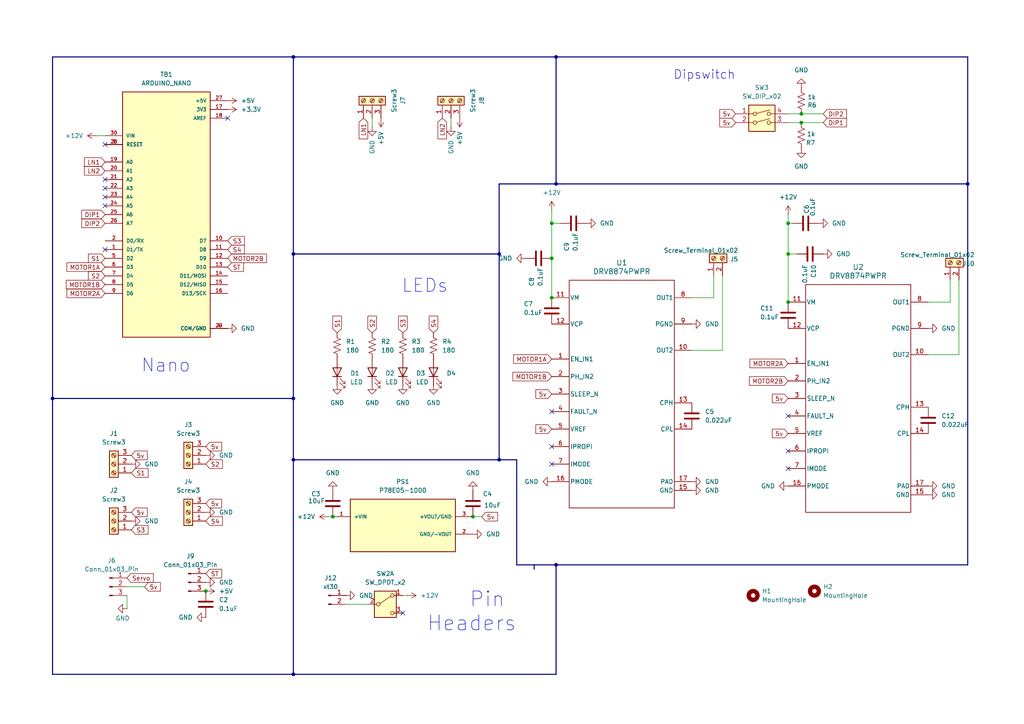
<source format=kicad_sch>
(kicad_sch (version 20231120) (generator "eeschema") (generator_version "8.0")
  (paper "A4")
  (lib_symbols
    (symbol "ARDUINO_NANO[1]:ARDUINO_NANO" (pin_names (offset 1.016))
      (property "Reference" "TB" (at -12.7 35.56 0))
      (property "Value" "ARDUINO_NANO" (at -12.7 -38.1 0))
      (symbol "ARDUINO_NANO_0_0"
        (rectangle (start -12.7 -35.56) (end 12.7 35.56) (stroke (width 0.254)) (fill (type background)))
        (pin bidirectional line (at -17.78 -10.16 0) (length 5.08) (name "D1/TX") (number "1"))
        (pin bidirectional line (at 17.78 -7.62 180) (length 5.08) (name "D7") (number "10"))
        (pin bidirectional line (at 17.78 -10.16 180) (length 5.08) (name "D8") (number "11"))
        (pin bidirectional line (at 17.78 -12.7 180) (length 5.08) (name "D9") (number "12"))
        (pin bidirectional line (at 17.78 -15.24 180) (length 5.08) (name "D10") (number "13"))
        (pin bidirectional line (at 17.78 -17.78 180) (length 5.08) (name "D11/MOSI") (number "14"))
        (pin bidirectional line (at 17.78 -20.32 180) (length 5.08) (name "D12/MISO") (number "15"))
        (pin bidirectional line (at 17.78 -22.86 180) (length 5.08) (name "D13/SCK") (number "16"))
        (pin power_in line (at 17.78 30.48 180) (length 5.08) (name "3V3") (number "17"))
        (pin power_in line (at 17.78 27.94 180) (length 5.08) (name "AREF") (number "18"))
        (pin input line (at -17.78 15.24 0) (length 5.08) (name "A0") (number "19"))
        (pin bidirectional line (at -17.78 -7.62 0) (length 5.08) (name "D0/RX") (number "2"))
        (pin input line (at -17.78 12.7 0) (length 5.08) (name "A1") (number "20"))
        (pin input line (at -17.78 10.16 0) (length 5.08) (name "A2") (number "21"))
        (pin input line (at -17.78 7.62 0) (length 5.08) (name "A3") (number "22"))
        (pin input line (at -17.78 5.08 0) (length 5.08) (name "A4") (number "23"))
        (pin input line (at -17.78 2.54 0) (length 5.08) (name "A5") (number "24"))
        (pin input line (at -17.78 0 0) (length 5.08) (name "A6") (number "25"))
        (pin input line (at -17.78 -2.54 0) (length 5.08) (name "A7") (number "26"))
        (pin power_in line (at 17.78 33.02 180) (length 5.08) (name "+5V") (number "27"))
        (pin input line (at -17.78 20.32 0) (length 5.08) (name "RESET") (number "28"))
        (pin power_in line (at 17.78 -33.02 180) (length 5.08) (name "COM/GND") (number "29"))
        (pin input line (at -17.78 20.32 0) (length 5.08) (name "RESET") (number "3"))
        (pin input line (at -17.78 22.86 0) (length 5.08) (name "VIN") (number "30"))
        (pin power_in line (at 17.78 -33.02 180) (length 5.08) (name "COM/GND") (number "4"))
        (pin bidirectional line (at -17.78 -12.7 0) (length 5.08) (name "D2") (number "5"))
        (pin bidirectional line (at -17.78 -15.24 0) (length 5.08) (name "D3") (number "6"))
        (pin bidirectional line (at -17.78 -17.78 0) (length 5.08) (name "D4") (number "7"))
        (pin bidirectional line (at -17.78 -20.32 0) (length 5.08) (name "D5") (number "8"))
        (pin bidirectional line (at -17.78 -22.86 0) (length 5.08) (name "D6") (number "9"))
      )
    )
    (symbol "Connector:Conn_01x02_Pin" (pin_names (offset 1.016) hide)
      (property "Reference" "J" (at 0 2.54 0))
      (property "Value" "Conn_01x02_Pin" (at 0 -5.08 0))
      (symbol "Conn_01x02_Pin_1_1"
        (polyline (pts (xy 1.27 -2.54) (xy 0.8636 -2.54)) (stroke (width 0.1524)))
        (polyline (pts (xy 1.27 0) (xy 0.8636 0)) (stroke (width 0.1524)))
        (rectangle (start 0.8636 -2.413) (end 0 -2.667) (stroke (width 0.1524)) (fill (type outline)))
        (rectangle (start 0.8636 0.127) (end 0 -0.127) (stroke (width 0.1524)) (fill (type outline)))
        (pin passive line (at 5.08 0 180) (length 3.81) (name "Pin_1") (number "1"))
        (pin passive line (at 5.08 -2.54 180) (length 3.81) (name "Pin_2") (number "2"))
      )
    )
    (symbol "Connector:Conn_01x03_Pin" (pin_names (offset 1.016) hide)
      (property "Reference" "J" (at 0 5.08 0))
      (property "Value" "Conn_01x03_Pin" (at 0 -5.08 0))
      (symbol "Conn_01x03_Pin_1_1"
        (polyline (pts (xy 1.27 -2.54) (xy 0.8636 -2.54)) (stroke (width 0.1524)))
        (polyline (pts (xy 1.27 0) (xy 0.8636 0)) (stroke (width 0.1524)))
        (polyline (pts (xy 1.27 2.54) (xy 0.8636 2.54)) (stroke (width 0.1524)))
        (rectangle (start 0.8636 -2.413) (end 0 -2.667) (stroke (width 0.1524)) (fill (type outline)))
        (rectangle (start 0.8636 0.127) (end 0 -0.127) (stroke (width 0.1524)) (fill (type outline)))
        (rectangle (start 0.8636 2.667) (end 0 2.413) (stroke (width 0.1524)) (fill (type outline)))
        (pin passive line (at 5.08 2.54 180) (length 3.81) (name "Pin_1") (number "1"))
        (pin passive line (at 5.08 0 180) (length 3.81) (name "Pin_2") (number "2"))
        (pin passive line (at 5.08 -2.54 180) (length 3.81) (name "Pin_3") (number "3"))
      )
    )
    (symbol "Connector:Screw_Terminal_01x02" (pin_names (offset 1.016) hide)
      (property "Reference" "J" (at 0 2.54 0))
      (property "Value" "Screw_Terminal_01x02" (at 0 -5.08 0))
      (symbol "Screw_Terminal_01x02_1_1"
        (rectangle (start -1.27 1.27) (end 1.27 -3.81) (stroke (width 0.254)) (fill (type background)))
        (circle (center 0 -2.54) (radius 0.635) (stroke (width 0.1524)))
        (polyline (pts (xy -0.5334 -2.2098) (xy 0.3302 -3.048)) (stroke (width 0.1524)))
        (polyline (pts (xy -0.5334 0.3302) (xy 0.3302 -0.508)) (stroke (width 0.1524)))
        (polyline (pts (xy -0.3556 -2.032) (xy 0.508 -2.8702)) (stroke (width 0.1524)))
        (polyline (pts (xy -0.3556 0.508) (xy 0.508 -0.3302)) (stroke (width 0.1524)))
        (circle (center 0 0) (radius 0.635) (stroke (width 0.1524)))
        (pin passive line (at -5.08 0 0) (length 3.81) (name "Pin_1") (number "1"))
        (pin passive line (at -5.08 -2.54 0) (length 3.81) (name "Pin_2") (number "2"))
      )
    )
    (symbol "Connector:Screw_Terminal_01x03" (pin_names (offset 1.016) hide)
      (property "Reference" "J" (at 0 5.08 0))
      (property "Value" "Screw_Terminal_01x03" (at 0 -5.08 0))
      (symbol "Screw_Terminal_01x03_1_1"
        (rectangle (start -1.27 3.81) (end 1.27 -3.81) (stroke (width 0.254)) (fill (type background)))
        (circle (center 0 -2.54) (radius 0.635) (stroke (width 0.1524)))
        (polyline (pts (xy -0.5334 -2.2098) (xy 0.3302 -3.048)) (stroke (width 0.1524)))
        (polyline (pts (xy -0.5334 0.3302) (xy 0.3302 -0.508)) (stroke (width 0.1524)))
        (polyline (pts (xy -0.5334 2.8702) (xy 0.3302 2.032)) (stroke (width 0.1524)))
        (polyline (pts (xy -0.3556 -2.032) (xy 0.508 -2.8702)) (stroke (width 0.1524)))
        (polyline (pts (xy -0.3556 0.508) (xy 0.508 -0.3302)) (stroke (width 0.1524)))
        (polyline (pts (xy -0.3556 3.048) (xy 0.508 2.2098)) (stroke (width 0.1524)))
        (circle (center 0 0) (radius 0.635) (stroke (width 0.1524)))
        (circle (center 0 2.54) (radius 0.635) (stroke (width 0.1524)))
        (pin passive line (at -5.08 2.54 0) (length 3.81) (name "Pin_1") (number "1"))
        (pin passive line (at -5.08 0 0) (length 3.81) (name "Pin_2") (number "2"))
        (pin passive line (at -5.08 -2.54 0) (length 3.81) (name "Pin_3") (number "3"))
      )
    )
    (symbol "DRV8874:DRV8874PWPR" (pin_names (offset 0.254))
      (property "Reference" "U" (at 0 2.54 0))
      (property "Value" "DRV8874PWPR" (at 0 0 0))
      (symbol "DRV8874PWPR_0_1"
        (polyline (pts (xy -15.24 -33.02) (xy 15.24 -33.02)) (stroke (width 0.2032)))
        (polyline (pts (xy -15.24 33.02) (xy -15.24 -33.02)) (stroke (width 0.2032)))
        (polyline (pts (xy 15.24 -33.02) (xy 15.24 33.02)) (stroke (width 0.2032)))
        (polyline (pts (xy 15.24 33.02) (xy -15.24 33.02)) (stroke (width 0.2032)))
        (pin input line (at -20.32 10.16 0) (length 5.08) (name "EN_IN1") (number "1"))
        (pin output line (at 20.32 12.7 180) (length 5.08) (name "OUT2") (number "10"))
        (pin power_in line (at -20.32 27.94 0) (length 5.08) (name "VM") (number "11"))
        (pin power_in line (at -20.32 20.32 0) (length 5.08) (name "VCP") (number "12"))
        (pin power_in line (at 20.32 -2.54 180) (length 5.08) (name "CPH") (number "13"))
        (pin power_in line (at 20.32 -10.16 180) (length 5.08) (name "CPL") (number "14"))
        (pin power_in line (at 20.32 -27.94 180) (length 5.08) (name "GND") (number "15"))
        (pin input line (at -20.32 -25.4 0) (length 5.08) (name "PMODE") (number "16"))
        (pin power_in line (at 20.32 -25.4 180) (length 5.08) (name "PAD") (number "17"))
        (pin input line (at -20.32 5.08 0) (length 5.08) (name "PH_IN2") (number "2"))
        (pin input line (at -20.32 0 0) (length 5.08) (name "SLEEP_N") (number "3"))
        (pin open_collector line (at -20.32 -5.08 0) (length 5.08) (name "FAULT_N") (number "4"))
        (pin power_in line (at -20.32 -10.16 0) (length 5.08) (name "VREF") (number "5"))
        (pin output line (at -20.32 -15.24 0) (length 5.08) (name "IPROPI") (number "6"))
        (pin input line (at -20.32 -20.32 0) (length 5.08) (name "IMODE") (number "7"))
        (pin output line (at 20.32 27.94 180) (length 5.08) (name "OUT1") (number "8"))
        (pin power_in line (at 20.32 20.32 180) (length 5.08) (name "PGND") (number "9"))
      )
    )
    (symbol "Device:C" (pin_numbers hide) (pin_names (offset 0.254))
      (property "Reference" "C" (at 0.635 2.54 0))
      (property "Value" "C" (at 0.635 -2.54 0))
      (symbol "C_0_1"
        (polyline (pts (xy -2.032 -0.762) (xy 2.032 -0.762)) (stroke (width 0.508)))
        (polyline (pts (xy -2.032 0.762) (xy 2.032 0.762)) (stroke (width 0.508)))
      )
      (symbol "C_1_1"
        (pin passive line (at 0 3.81 270) (length 2.794) (name "~") (number "1"))
        (pin passive line (at 0 -3.81 90) (length 2.794) (name "~") (number "2"))
      )
    )
    (symbol "Device:LED" (pin_numbers hide) (pin_names (offset 1.016) hide)
      (property "Reference" "D" (at 0 2.54 0))
      (property "Value" "LED" (at 0 -2.54 0))
      (symbol "LED_0_1"
        (polyline (pts (xy -1.27 -1.27) (xy -1.27 1.27)) (stroke (width 0.254)))
        (polyline (pts (xy -1.27 0) (xy 1.27 0)))
        (polyline (pts (xy 1.27 -1.27) (xy 1.27 1.27) (xy -1.27 0) (xy 1.27 -1.27)) (stroke (width 0.254)))
        (polyline (pts (xy -3.048 -0.762) (xy -4.572 -2.286) (xy -3.81 -2.286) (xy -4.572 -2.286) (xy -4.572 -1.524)))
        (polyline (pts (xy -1.778 -0.762) (xy -3.302 -2.286) (xy -2.54 -2.286) (xy -3.302 -2.286) (xy -3.302 -1.524)))
      )
      (symbol "LED_1_1"
        (pin passive line (at -3.81 0 0) (length 2.54) (name "K") (number "1"))
        (pin passive line (at 3.81 0 180) (length 2.54) (name "A") (number "2"))
      )
    )
    (symbol "Device:R_US" (pin_numbers hide) (pin_names (offset 0))
      (property "Reference" "R" (at 2.54 0 90))
      (property "Value" "R_US" (at -2.54 0 90))
      (symbol "R_US_0_1"
        (polyline (pts (xy 0 -2.286) (xy 0 -2.54)))
        (polyline (pts (xy 0 2.286) (xy 0 2.54)))
        (polyline (pts (xy 0 -0.762) (xy 1.016 -1.143) (xy 0 -1.524) (xy -1.016 -1.905) (xy 0 -2.286)))
        (polyline (pts (xy 0 0.762) (xy 1.016 0.381) (xy 0 0) (xy -1.016 -0.381) (xy 0 -0.762)))
        (polyline (pts (xy 0 2.286) (xy 1.016 1.905) (xy 0 1.524) (xy -1.016 1.143) (xy 0 0.762)))
      )
      (symbol "R_US_1_1"
        (pin passive line (at 0 3.81 270) (length 1.27) (name "~") (number "1"))
        (pin passive line (at 0 -3.81 90) (length 1.27) (name "~") (number "2"))
      )
    )
    (symbol "Mechanical:MountingHole" (pin_names (offset 1.016)) (exclude_from_sim yes) (in_bom no)
      (property "Reference" "H" (at 0 5.08 0))
      (property "Value" "MountingHole" (at 0 3.175 0))
      (symbol "MountingHole_0_1"
        (circle (center 0 0) (radius 1.27) (stroke (width 1.27)))
      )
    )
    (symbol "P78E05-1000[1]:P78E05-1000" (pin_names (offset 1.016))
      (property "Reference" "PS" (at -15.24 7.62 0))
      (property "Value" "P78E05-1000" (at -15.24 -10.16 0))
      (symbol "P78E05-1000_0_0"
        (rectangle (start -15.24 -7.62) (end 15.24 7.62) (stroke (width 0.254)) (fill (type background)))
        (pin input line (at -20.32 2.54 0) (length 5.08) (name "+VIN") (number "1"))
        (pin power_in line (at 20.32 -2.54 180) (length 5.08) (name "GND/-VOUT") (number "2"))
        (pin power_in line (at 20.32 2.54 180) (length 5.08) (name "+VOUT/GND") (number "3"))
      )
    )
    (symbol "Switch:SW_DIP_x02" (pin_names (offset 0) hide)
      (property "Reference" "SW" (at 0 6.35 0))
      (property "Value" "SW_DIP_x02" (at 0 -3.81 0))
      (symbol "SW_DIP_x02_0_0"
        (circle (center -2.032 0) (radius 0.508))
        (circle (center -2.032 2.54) (radius 0.508))
        (polyline (pts (xy -1.524 0.127) (xy 2.3622 1.1684)))
        (polyline (pts (xy -1.524 2.667) (xy 2.3622 3.7084)))
        (circle (center 2.032 0) (radius 0.508))
        (circle (center 2.032 2.54) (radius 0.508))
      )
      (symbol "SW_DIP_x02_0_1"
        (rectangle (start -3.81 5.08) (end 3.81 -2.54) (stroke (width 0.254)) (fill (type background)))
      )
      (symbol "SW_DIP_x02_1_1"
        (pin passive line (at -7.62 2.54 0) (length 5.08) (name "~") (number "1"))
        (pin passive line (at -7.62 0 0) (length 5.08) (name "~") (number "2"))
        (pin passive line (at 7.62 0 180) (length 5.08) (name "~") (number "3"))
        (pin passive line (at 7.62 2.54 180) (length 5.08) (name "~") (number "4"))
      )
    )
    (symbol "Switch:SW_DPDT_x2" (pin_names (offset 0) hide)
      (property "Reference" "SW" (at 0 5.08 0))
      (property "Value" "SW_DPDT_x2" (at 0 -5.08 0))
      (symbol "SW_DPDT_x2_0_0"
        (circle (center -2.032 0) (radius 0.508))
        (circle (center 2.032 -2.54) (radius 0.508))
      )
      (symbol "SW_DPDT_x2_0_1"
        (rectangle (start -3.175 3.81) (end 3.175 -3.81) (stroke (width 0.254)) (fill (type background)))
        (polyline (pts (xy -1.524 0.254) (xy 1.5748 2.286)))
        (circle (center 2.032 2.54) (radius 0.508))
      )
      (symbol "SW_DPDT_x2_1_1"
        (pin passive line (at 5.08 2.54 180) (length 2.54) (name "A") (number "1"))
        (pin passive line (at -5.08 0 0) (length 2.54) (name "B") (number "2"))
        (pin passive line (at 5.08 -2.54 180) (length 2.54) (name "C") (number "3"))
      )
      (symbol "SW_DPDT_x2_2_1"
        (pin passive line (at 5.08 2.54 180) (length 2.54) (name "A") (number "4"))
        (pin passive line (at -5.08 0 0) (length 2.54) (name "B") (number "5"))
        (pin passive line (at 5.08 -2.54 180) (length 2.54) (name "C") (number "6"))
      )
    )
    (symbol "power:+12V" (power) (pin_numbers hide) (pin_names (offset 0) hide)
      (property "Value" "+12V" (at 0 3.556 0))
      (symbol "+12V_0_1"
        (polyline (pts (xy -0.762 1.27) (xy 0 2.54)))
        (polyline (pts (xy 0 0) (xy 0 2.54)))
        (polyline (pts (xy 0 2.54) (xy 0.762 1.27)))
      )
      (symbol "+12V_1_1"
        (pin power_in line (at 0 0 90) (length 0) (name "~") (number "1"))
      )
    )
    (symbol "power:+3.3V" (power) (pin_numbers hide) (pin_names (offset 0) hide)
      (property "Value" "+3.3V" (at 0 3.556 0))
      (symbol "+3.3V_0_1"
        (polyline (pts (xy -0.762 1.27) (xy 0 2.54)))
        (polyline (pts (xy 0 0) (xy 0 2.54)))
        (polyline (pts (xy 0 2.54) (xy 0.762 1.27)))
      )
      (symbol "+3.3V_1_1"
        (pin power_in line (at 0 0 90) (length 0) (name "~") (number "1"))
      )
    )
    (symbol "power:+5V" (power) (pin_numbers hide) (pin_names (offset 0) hide)
      (property "Value" "+5V" (at 0 3.556 0))
      (symbol "+5V_0_1"
        (polyline (pts (xy -0.762 1.27) (xy 0 2.54)))
        (polyline (pts (xy 0 0) (xy 0 2.54)))
        (polyline (pts (xy 0 2.54) (xy 0.762 1.27)))
      )
      (symbol "+5V_1_1"
        (pin power_in line (at 0 0 90) (length 0) (name "~") (number "1"))
      )
    )
    (symbol "power:GND" (power) (pin_numbers hide) (pin_names (offset 0) hide)
      (property "Value" "GND" (at 0 -3.81 0))
      (symbol "GND_0_1"
        (polyline (pts (xy 0 0) (xy 0 -1.27) (xy 1.27 -1.27) (xy 0 -2.54) (xy -1.27 -1.27) (xy 0 -1.27)))
      )
      (symbol "GND_1_1"
        (pin power_in line (at 0 0 270) (length 0) (name "~") (number "1"))
      )
    )
  )
  (junction (at 137.16 149.86))
  (junction (at 15.24 115.57))
  (junction (at 59.69 171.45))
  (junction (at 161.29 16.51))
  (junction (at 85.09 16.51))
  (junction (at 161.29 163.83))
  (junction (at 232.41 35.56))
  (junction (at 160.02 74.93))
  (junction (at 144.78 73.66))
  (junction (at 228.6 87.63))
  (junction (at 144.78 133.35))
  (junction (at 161.29 53.34))
  (junction (at 228.6 64.77))
  (junction (at 85.09 73.66))
  (junction (at 232.41 33.02))
  (junction (at 160.02 86.36))
  (junction (at 96.52 149.86))
  (junction (at 160.02 64.77))
  (junction (at 85.09 115.57))
  (junction (at 280.67 53.34))
  (junction (at 228.6 73.66))
  (junction (at 85.09 195.58))
  (junction (at 85.09 133.35))
  (no_connect (at 66.04 34.29))
  (no_connect (at 160.02 134.62))
  (no_connect (at 30.48 54.61))
  (no_connect (at 30.48 41.91))
  (no_connect (at 116.84 177.8))
  (no_connect (at 30.48 59.69))
  (no_connect (at 30.48 72.39))
  (no_connect (at 228.6 130.81))
  (no_connect (at 160.02 119.38))
  (no_connect (at 30.48 57.15))
  (no_connect (at 228.6 120.65))
  (no_connect (at 228.6 135.89))
  (no_connect (at 160.02 129.54))
  (no_connect (at 30.48 52.07))
  (bus (pts (xy 85.09 73.66) (xy 144.78 73.66)))
  (bus (pts (xy 15.24 115.57) (xy 85.09 115.57)))
  (bus (pts (xy 85.09 16.51) (xy 85.09 73.66)))
  (wire (pts (xy 278.13 81.28) (xy 278.13 102.87)))
  (wire (pts (xy 36.83 170.18) (xy 41.91 170.18)))
  (wire (pts (xy 238.76 33.02) (xy 232.41 33.02)))
  (wire (pts (xy 100.33 175.26) (xy 106.68 175.26)))
  (bus (pts (xy 15.24 16.51) (xy 15.24 115.57)))
  (wire (pts (xy 232.41 35.56) (xy 238.76 35.56)))
  (wire (pts (xy 275.59 87.63) (xy 269.24 87.63)))
  (bus (pts (xy 280.67 53.34) (xy 280.67 163.83)))
  (bus (pts (xy 161.29 16.51) (xy 161.29 53.34)))
  (wire (pts (xy 228.6 64.77) (xy 228.6 73.66)))
  (bus (pts (xy 144.78 73.66) (xy 144.78 133.35)))
  (bus (pts (xy 15.24 195.58) (xy 85.09 195.58)))
  (bus (pts (xy 161.29 195.58) (xy 85.09 195.58)))
  (bus (pts (xy 85.09 73.66) (xy 85.09 115.57)))
  (wire (pts (xy 95.25 149.86) (xy 96.52 149.86)))
  (wire (pts (xy 160.02 74.93) (xy 160.02 86.36)))
  (wire (pts (xy 139.7 149.86) (xy 137.16 149.86)))
  (wire (pts (xy 130.81 34.29) (xy 130.81 36.83)))
  (bus (pts (xy 161.29 53.34) (xy 280.67 53.34)))
  (wire (pts (xy 228.6 73.66) (xy 228.6 87.63)))
  (wire (pts (xy 231.14 73.66) (xy 228.6 73.66)))
  (bus (pts (xy 161.29 16.51) (xy 280.67 16.51)))
  (wire (pts (xy 275.59 81.28) (xy 275.59 87.63)))
  (wire (pts (xy 207.01 80.01) (xy 207.01 86.36)))
  (wire (pts (xy 27.94 39.37) (xy 30.48 39.37)))
  (wire (pts (xy 200.66 101.6) (xy 209.55 101.6)))
  (bus (pts (xy 144.78 53.34) (xy 161.29 53.34)))
  (bus (pts (xy 85.09 16.51) (xy 161.29 16.51)))
  (wire (pts (xy 209.55 80.01) (xy 209.55 101.6)))
  (wire (pts (xy 162.56 64.77) (xy 160.02 64.77)))
  (bus (pts (xy 85.09 16.51) (xy 15.24 16.51)))
  (wire (pts (xy 207.01 86.36) (xy 200.66 86.36)))
  (bus (pts (xy 144.78 133.35) (xy 149.86 133.35)))
  (bus (pts (xy 85.09 115.57) (xy 85.09 133.35)))
  (bus (pts (xy 280.67 16.51) (xy 280.67 53.34)))
  (wire (pts (xy 160.02 64.77) (xy 160.02 74.93)))
  (bus (pts (xy 15.24 115.57) (xy 15.24 195.58)))
  (wire (pts (xy 228.6 35.56) (xy 232.41 35.56)))
  (wire (pts (xy 160.02 60.96) (xy 160.02 64.77)))
  (wire (pts (xy 36.83 176.53) (xy 36.83 172.72)))
  (wire (pts (xy 269.24 102.87) (xy 278.13 102.87)))
  (wire (pts (xy 118.11 172.72) (xy 116.84 172.72)))
  (wire (pts (xy 107.95 34.29) (xy 107.95 36.83)))
  (wire (pts (xy 228.6 33.02) (xy 232.41 33.02)))
  (bus (pts (xy 161.29 163.83) (xy 280.67 163.83)))
  (bus (pts (xy 85.09 195.58) (xy 85.09 133.35)))
  (wire (pts (xy 229.87 64.77) (xy 228.6 64.77)))
  (bus (pts (xy 161.29 163.83) (xy 161.29 195.58)))
  (bus (pts (xy 144.78 53.34) (xy 144.78 73.66)))
  (wire (pts (xy 228.6 62.23) (xy 228.6 64.77)))
  (bus (pts (xy 154.94 165.1) (xy 154.94 163.83)))
  (bus (pts (xy 149.86 133.35) (xy 149.86 163.83)))
  (bus (pts (xy 85.09 133.35) (xy 144.78 133.35)))
  (bus (pts (xy 149.86 163.83) (xy 161.29 163.83)))
  (text "Pin \nHeaders" (at 149.86 171.45 0) (effects (font (size 4.318 4.318)) (justify right top)))
  (text "LEDs\n" (at 130.048 80.772 0) (effects (font (size 3.81 3.81)) (justify right top)))
  (text "Nano\n" (at 55.372 103.886 0) (effects (font (size 3.81 3.81)) (justify right top)))
  (text "Dipswitch\n" (at 213.36 20.32 0) (effects (font (size 2.54 2.54)) (justify right top)))
  (global_label "S1" (shape input) (at 97.79 96.52 90) (property "Intersheetrefs" "${INTERSHEET_REFS}" (effects (hide yes))))
  (global_label "5v" (shape input) (at 213.36 35.56 180) (property "Intersheetrefs" "${INTERSHEET_REFS}" (effects (hide yes))))
  (global_label "S1" (shape input) (at 30.48 74.93 180) (property "Intersheetrefs" "${INTERSHEET_REFS}" (effects (hide yes))))
  (global_label "S1" (shape input) (at 38.1 137.16 0) (property "Intersheetrefs" "${INTERSHEET_REFS}" (effects (hide yes))))
  (global_label "S4" (shape input) (at 66.04 72.39 0) (property "Intersheetrefs" "${INTERSHEET_REFS}" (effects (hide yes))))
  (global_label "MOTOR1B" (shape input) (at 160.02 109.22 180) (property "Intersheetrefs" "${INTERSHEET_REFS}" (effects (hide yes))))
  (global_label "Servo" (shape input) (at 36.83 167.64 0) (property "Intersheetrefs" "${INTERSHEET_REFS}" (effects (hide yes))))
  (global_label "LN2" (shape input) (at 30.48 49.53 180) (property "Intersheetrefs" "${INTERSHEET_REFS}" (effects (hide yes))))
  (global_label "5v" (shape input) (at 38.1 148.59 0) (property "Intersheetrefs" "${INTERSHEET_REFS}" (effects (hide yes))))
  (global_label "5v" (shape input) (at 59.69 129.54 0) (property "Intersheetrefs" "${INTERSHEET_REFS}" (effects (hide yes))))
  (global_label "5v" (shape input) (at 228.6 125.73 180) (property "Intersheetrefs" "${INTERSHEET_REFS}" (effects (hide yes))))
  (global_label "S3" (shape input) (at 38.1 153.67 0) (property "Intersheetrefs" "${INTERSHEET_REFS}" (effects (hide yes))))
  (global_label "5v" (shape input) (at 160.02 124.46 180) (property "Intersheetrefs" "${INTERSHEET_REFS}" (effects (hide yes))))
  (global_label "S4" (shape input) (at 125.73 96.52 90) (property "Intersheetrefs" "${INTERSHEET_REFS}" (effects (hide yes))))
  (global_label "5v" (shape input) (at 139.7 149.86 0) (property "Intersheetrefs" "${INTERSHEET_REFS}" (effects (hide yes))))
  (global_label "MOTOR2B" (shape input) (at 228.6 110.49 180) (property "Intersheetrefs" "${INTERSHEET_REFS}" (effects (hide yes))))
  (global_label "DIP2" (shape input) (at 238.76 33.02 0) (property "Intersheetrefs" "${INTERSHEET_REFS}" (effects (hide yes))))
  (global_label "MOTOR2A" (shape input) (at 30.48 85.09 180) (property "Intersheetrefs" "${INTERSHEET_REFS}" (effects (hide yes))))
  (global_label "MOTOR2B" (shape input) (at 66.04 74.93 0) (property "Intersheetrefs" "${INTERSHEET_REFS}" (effects (hide yes))))
  (global_label "5v" (shape input) (at 38.1 132.08 0) (property "Intersheetrefs" "${INTERSHEET_REFS}" (effects (hide yes))))
  (global_label "5v" (shape input) (at 41.91 170.18 0) (property "Intersheetrefs" "${INTERSHEET_REFS}" (effects (hide yes))))
  (global_label "S2" (shape input) (at 30.48 80.01 180) (property "Intersheetrefs" "${INTERSHEET_REFS}" (effects (hide yes))))
  (global_label "ST" (shape input) (at 66.04 77.47 0) (property "Intersheetrefs" "${INTERSHEET_REFS}" (effects (hide yes))))
  (global_label "S3" (shape input) (at 66.04 69.85 0) (property "Intersheetrefs" "${INTERSHEET_REFS}" (effects (hide yes))))
  (global_label "LN1" (shape input) (at 105.41 34.29 270) (property "Intersheetrefs" "${INTERSHEET_REFS}" (effects (hide yes))))
  (global_label "MOTOR1A" (shape input) (at 160.02 104.14 180) (property "Intersheetrefs" "${INTERSHEET_REFS}" (effects (hide yes))))
  (global_label "S2" (shape input) (at 59.69 134.62 0) (property "Intersheetrefs" "${INTERSHEET_REFS}" (effects (hide yes))))
  (global_label "MOTOR1B" (shape input) (at 30.48 82.55 180) (property "Intersheetrefs" "${INTERSHEET_REFS}" (effects (hide yes))))
  (global_label "S4" (shape input) (at 59.69 151.13 0) (property "Intersheetrefs" "${INTERSHEET_REFS}" (effects (hide yes))))
  (global_label "S3" (shape input) (at 116.84 96.52 90) (property "Intersheetrefs" "${INTERSHEET_REFS}" (effects (hide yes))))
  (global_label "LN1" (shape input) (at 30.48 46.99 180) (property "Intersheetrefs" "${INTERSHEET_REFS}" (effects (hide yes))))
  (global_label "5v" (shape input) (at 160.02 114.3 180) (property "Intersheetrefs" "${INTERSHEET_REFS}" (effects (hide yes))))
  (global_label "5v" (shape input) (at 213.36 33.02 180) (property "Intersheetrefs" "${INTERSHEET_REFS}" (effects (hide yes))))
  (global_label "DIP1" (shape input) (at 238.76 35.56 0) (property "Intersheetrefs" "${INTERSHEET_REFS}" (effects (hide yes))))
  (global_label "S2" (shape input) (at 107.95 96.52 90) (property "Intersheetrefs" "${INTERSHEET_REFS}" (effects (hide yes))))
  (global_label "5v" (shape input) (at 59.69 146.05 0) (property "Intersheetrefs" "${INTERSHEET_REFS}" (effects (hide yes))))
  (global_label "LN2" (shape input) (at 128.27 34.29 270) (property "Intersheetrefs" "${INTERSHEET_REFS}" (effects (hide yes))))
  (global_label "DIP1" (shape input) (at 30.48 62.23 180) (property "Intersheetrefs" "${INTERSHEET_REFS}" (effects (hide yes))))
  (global_label "5v" (shape input) (at 228.6 115.57 180) (property "Intersheetrefs" "${INTERSHEET_REFS}" (effects (hide yes))))
  (global_label "ST" (shape input) (at 59.69 166.37 0) (property "Intersheetrefs" "${INTERSHEET_REFS}" (effects (hide yes))))
  (global_label "DIP2" (shape input) (at 30.48 64.77 180) (property "Intersheetrefs" "${INTERSHEET_REFS}" (effects (hide yes))))
  (global_label "MOTOR2A" (shape input) (at 228.6 105.41 180) (property "Intersheetrefs" "${INTERSHEET_REFS}" (effects (hide yes))))
  (global_label "MOTOR1A" (shape input) (at 30.48 77.47 180) (property "Intersheetrefs" "${INTERSHEET_REFS}" (effects (hide yes))))
  (symbol (lib_id "power:GND") (at 38.1 151.13 90) (unit 1)
    (property "Reference" "#PWR04" (effects (hide yes)))
    (property "Value" "GND" (at 41.91 151.1301 90) (effects (justify right)))
    (property "Description" "Power symbol creates a global label with name \"GND\" , ground" (effects (hide yes)))
  )
  (symbol (lib_id "DRV8874:DRV8874PWPR") (at 248.92 115.57 0) (unit 1)
    (property "Reference" "U2" (at 248.92 77.47 0) (effects (font (size 1.524 1.524))))
    (property "Value" "DRV8874PWPR" (at 248.92 80.01 0) (effects (font (size 1.524 1.524))))
    (property "Footprint" "JOEJOE:DRV8874" (effects (hide yes)))
    (property "Datasheet" "DRV8874PWPR" (effects (hide yes)))
  )
  (symbol (lib_id "power:GND") (at 200.66 93.98 90) (unit 1)
    (property "Reference" "#PWR07" (effects (hide yes)))
    (property "Value" "GND" (at 204.47 93.9799 90) (effects (justify right)))
    (property "Description" "Power symbol creates a global label with name \"GND\" , ground" (effects (hide yes)))
  )
  (symbol (lib_id "power:GND") (at 59.69 168.91 90) (unit 1)
    (property "Reference" "#PWR021" (effects (hide yes)))
    (property "Value" "GND" (at 63.5 168.9099 90) (effects (justify right)))
    (property "Description" "Power symbol creates a global label with name \"GND\" , ground" (effects (hide yes)))
  )
  (symbol (lib_id "power:GND") (at 237.49 64.77 90) (unit 1)
    (property "Reference" "#PWR027" (effects (hide yes)))
    (property "Value" "GND" (at 241.3 64.7701 90) (effects (justify right)))
    (property "Description" "Power symbol creates a global label with name \"GND\" , ground" (effects (hide yes)))
  )
  (symbol (lib_id "power:GND") (at 100.33 172.72 90) (unit 1)
    (property "Reference" "#PWR034" (effects (hide yes)))
    (property "Value" "GND" (at 104.14 172.7199 90) (effects (justify right)))
    (property "Description" "Power symbol creates a global label with name \"GND\" , ground" (effects (hide yes)))
  )
  (symbol (lib_id "Connector:Screw_Terminal_01x03") (at 33.02 134.62 180) (unit 1)
    (property "Reference" "J1" (at 33.02 125.73 0))
    (property "Value" "Screw3" (at 33.02 128.27 0))
    (property "Footprint" "Connector_JST:JST_EH_B3B-EH-A_1x03_P2.50mm_Vertical" (effects (hide yes)))
    (property "Description" "Generic screw terminal, single row, 01x03, script generated (kicad-library-utils/schlib/autogen/connector/)" (effects (hide yes)))
  )
  (symbol (lib_id "Device:C") (at 228.6 91.44 0) (unit 1)
    (property "Reference" "C11" (at 220.472 89.408 0) (effects (justify left)))
    (property "Value" "0.1uF" (at 220.472 91.948 0) (effects (justify left)))
    (property "Footprint" "Capacitor_SMD:C_0805_2012Metric" (effects (hide yes)))
    (property "Description" "Unpolarized capacitor" (effects (hide yes)))
  )
  (symbol (lib_id "power:GND") (at 107.95 111.76 0) (unit 1)
    (property "Reference" "#PWR013" (effects (hide yes)))
    (property "Value" "GND" (at 107.95 116.84 0))
    (property "Description" "Power symbol creates a global label with name \"GND\" , ground" (effects (hide yes)))
  )
  (symbol (lib_id "power:GND") (at 130.81 36.83 0) (unit 1)
    (property "Reference" "#PWR018" (effects (hide yes)))
    (property "Value" "GND" (at 130.8099 40.64 90) (effects (justify right)))
    (property "Description" "Power symbol creates a global label with name \"GND\" , ground" (effects (hide yes)))
  )
  (symbol (lib_id "power:+12V") (at 118.11 172.72 270) (unit 1)
    (property "Reference" "#PWR035" (effects (hide yes)))
    (property "Value" "+12V" (at 121.92 172.7199 90) (effects (justify left)))
    (property "Description" "Power symbol creates a global label with name \"+12V\"" (effects (hide yes)))
  )
  (symbol (lib_id "power:+5V") (at 59.69 171.45 270) (unit 1)
    (property "Reference" "#PWR022" (effects (hide yes)))
    (property "Value" "+5V" (at 63.5 171.4501 90) (effects (justify left)))
    (property "Description" "Power symbol creates a global label with name \"+5V\"" (effects (hide yes)))
  )
  (symbol (lib_id "power:GND") (at 152.4 74.93 270) (unit 1)
    (property "Reference" "#PWR048" (effects (hide yes)))
    (property "Value" "GND" (at 148.59 74.9299 90) (effects (justify right)))
    (property "Description" "Power symbol creates a global label with name \"GND\" , ground" (effects (hide yes)))
  )
  (symbol (lib_id "power:GND") (at 137.16 154.94 90) (unit 1)
    (property "Reference" "#PWR031" (effects (hide yes)))
    (property "Value" "GND" (at 140.97 154.9399 90) (effects (justify right)))
    (property "Description" "Power symbol creates a global label with name \"GND\" , ground" (effects (hide yes)))
  )
  (symbol (lib_id "Switch:SW_DIP_x02") (at 220.98 35.56 0) (unit 1)
    (property "Reference" "SW3" (at 220.98 25.4 0))
    (property "Value" "SW_DIP_x02" (at 220.98 27.94 0))
    (property "Footprint" "JOEJOE:Dipswitch2" (effects (hide yes)))
    (property "Description" "2x DIP Switch, Single Pole Single Throw (SPST) switch, small symbol" (effects (hide yes)))
  )
  (symbol (lib_id "Switch:SW_DPDT_x2") (at 111.76 175.26 0) (unit 1)
    (property "Reference" "SW2" (at 111.76 166.37 0))
    (property "Value" "SW_DPDT_x2" (at 111.76 168.91 0))
    (property "Footprint" "Connector_PinHeader_2.54mm:PinHeader_1x03_P2.54mm_Vertical" (effects (hide yes)))
    (property "Description" "Switch, dual pole double throw, separate symbols" (effects (hide yes)))
  )
  (symbol (lib_id "power:GND") (at 59.69 179.07 270) (unit 1)
    (property "Reference" "#PWR023" (effects (hide yes)))
    (property "Value" "GND" (at 55.88 179.0699 90) (effects (justify right)))
    (property "Description" "Power symbol creates a global label with name \"GND\" , ground" (effects (hide yes)))
  )
  (symbol (lib_id "Device:C") (at 234.95 73.66 270) (unit 1)
    (property "Reference" "C10" (at 235.966 76.708 0) (effects (justify left)))
    (property "Value" "0.1uF" (at 233.426 76.708 0) (effects (justify left)))
    (property "Footprint" "Capacitor_SMD:C_0805_2012Metric" (effects (hide yes)))
    (property "Description" "Unpolarized capacitor" (effects (hide yes)))
  )
  (symbol (lib_id "Connector:Screw_Terminal_01x03") (at 54.61 132.08 180) (unit 1)
    (property "Reference" "J3" (at 54.61 123.19 0))
    (property "Value" "Screw3" (at 54.61 125.73 0))
    (property "Footprint" "Connector_JST:JST_EH_B3B-EH-A_1x03_P2.50mm_Vertical" (effects (hide yes)))
    (property "Description" "Generic screw terminal, single row, 01x03, script generated (kicad-library-utils/schlib/autogen/connector/)" (effects (hide yes)))
  )
  (symbol (lib_id "Connector:Screw_Terminal_01x03") (at 107.95 29.21 90) (unit 1)
    (property "Reference" "J7" (at 116.84 29.21 0))
    (property "Value" "Screw3" (at 114.3 29.21 0))
    (property "Footprint" "Connector_JST:JST_EH_B3B-EH-A_1x03_P2.50mm_Vertical" (effects (hide yes)))
    (property "Description" "Generic screw terminal, single row, 01x03, script generated (kicad-library-utils/schlib/autogen/connector/)" (effects (hide yes)))
  )
  (symbol (lib_id "power:GND") (at 170.18 64.77 90) (unit 1)
    (property "Reference" "#PWR049" (effects (hide yes)))
    (property "Value" "GND" (at 173.99 64.7701 90) (effects (justify right)))
    (property "Description" "Power symbol creates a global label with name \"GND\" , ground" (effects (hide yes)))
  )
  (symbol (lib_id "Connector:Screw_Terminal_01x03") (at 130.81 29.21 90) (unit 1)
    (property "Reference" "J8" (at 139.7 29.21 0))
    (property "Value" "Screw3" (at 137.16 29.21 0))
    (property "Footprint" "Connector_JST:JST_EH_B3B-EH-A_1x03_P2.50mm_Vertical" (effects (hide yes)))
    (property "Description" "Generic screw terminal, single row, 01x03, script generated (kicad-library-utils/schlib/autogen/connector/)" (effects (hide yes)))
  )
  (symbol (lib_id "Device:C") (at 269.24 121.92 0) (unit 1)
    (property "Reference" "C12" (at 273.05 120.6499 0) (effects (justify left)))
    (property "Value" "0.022uF" (at 273.05 123.1899 0) (effects (justify left)))
    (property "Footprint" "Capacitor_SMD:C_0805_2012Metric" (effects (hide yes)))
    (property "Description" "Unpolarized capacitor" (effects (hide yes)))
  )
  (symbol (lib_id "power:GND") (at 38.1 134.62 90) (unit 1)
    (property "Reference" "#PWR03" (effects (hide yes)))
    (property "Value" "GND" (at 41.91 134.6201 90) (effects (justify right)))
    (property "Description" "Power symbol creates a global label with name \"GND\" , ground" (effects (hide yes)))
  )
  (symbol (lib_id "Device:C") (at 200.66 120.65 0) (unit 1)
    (property "Reference" "C5" (at 204.47 119.3799 0) (effects (justify left)))
    (property "Value" "0.022uF" (at 204.47 121.9199 0) (effects (justify left)))
    (property "Footprint" "Capacitor_SMD:C_0805_2012Metric" (effects (hide yes)))
    (property "Description" "Unpolarized capacitor" (effects (hide yes)))
  )
  (symbol (lib_id "P78E05-1000[1]:P78E05-1000") (at 116.84 152.4 0) (unit 1)
    (property "Reference" "PS1" (at 116.84 139.7 0))
    (property "Value" "P78E05-1000" (at 116.84 142.24 0))
    (property "Footprint" "JOEJOE:convertor" (effects (hide yes)))
    (property "STANDARD" "Manufacturer Recommendations" (effects (hide yes)))
    (property "MANUFACTURER" "CUI Inc" (effects (hide yes)))
  )
  (symbol (lib_id "power:GND") (at 96.52 142.24 180) (unit 1)
    (property "Reference" "#PWR026" (effects (hide yes)))
    (property "Value" "GND" (at 96.52 137.16 0))
    (property "Description" "Power symbol creates a global label with name \"GND\" , ground" (effects (hide yes)))
  )
  (symbol (lib_id "Device:C") (at 137.16 146.05 180) (unit 1)
    (property "Reference" "C4" (at 142.748 143.256 0) (effects (justify left)))
    (property "Value" "10uF" (at 145.288 146.558 0) (effects (justify left)))
    (property "Footprint" "Capacitor_SMD:C_0805_2012Metric" (effects (hide yes)))
    (property "Description" "Unpolarized capacitor" (effects (hide yes)))
  )
  (symbol (lib_id "Device:LED") (at 125.73 107.95 90) (unit 1)
    (property "Reference" "D4" (at 129.54 108.2674 90) (effects (justify right)))
    (property "Value" "LED" (effects (hide yes)))
    (property "Footprint" "LED_SMD:LED_1206_3216Metric" (effects (hide yes)))
    (property "Description" "Light emitting diode" (effects (hide yes)))
  )
  (symbol (lib_id "power:+12V") (at 228.6 62.23 0) (unit 1)
    (property "Reference" "#PWR029" (effects (hide yes)))
    (property "Value" "+12V" (at 228.6 57.15 0))
    (property "Description" "Power symbol creates a global label with name \"+12V\"" (effects (hide yes)))
  )
  (symbol (lib_id "Device:LED") (at 107.95 107.95 90) (unit 1)
    (property "Reference" "D2" (at 111.76 108.2674 90) (effects (justify right)))
    (property "Value" "LED" (at 111.76 110.8074 90) (effects (justify right)))
    (property "Footprint" "LED_SMD:LED_1206_3216Metric" (effects (hide yes)))
    (property "Description" "Light emitting diode" (effects (hide yes)))
  )
  (symbol (lib_id "Mechanical:MountingHole") (at 218.44 172.72 0) (unit 1) (exclude_from_sim yes) (in_bom no)
    (property "Reference" "H1" (at 220.98 171.4499 0) (effects (justify left)))
    (property "Value" "MountingHole" (at 220.98 173.9899 0) (effects (justify left)))
    (property "Footprint" "MountingHole:MountingHole_2.5mm" (effects (hide yes)))
    (property "Description" "Mounting Hole without connection" (effects (hide yes)))
  )
  (symbol (lib_id "power:GND") (at 107.95 36.83 0) (unit 1)
    (property "Reference" "#PWR014" (effects (hide yes)))
    (property "Value" "GND" (at 107.9499 40.64 90) (effects (justify right)))
    (property "Description" "Power symbol creates a global label with name \"GND\" , ground" (effects (hide yes)))
  )
  (symbol (lib_id "Device:R_US") (at 232.41 29.21 0) (unit 1)
    (property "Reference" "R6" (at 234.188 30.4799 0) (effects (justify left)))
    (property "Value" "1k" (at 234.188 28.194 0) (effects (justify left)))
    (property "Footprint" "Resistor_SMD:R_0805_2012Metric" (effects (hide yes)))
    (property "Description" "Resistor, US symbol" (effects (hide yes)))
  )
  (symbol (lib_id "Device:LED") (at 97.79 107.95 90) (unit 1)
    (property "Reference" "D1" (at 101.6 108.2674 90) (effects (justify right)))
    (property "Value" "LED" (at 101.6 110.8074 90) (effects (justify right)))
    (property "Footprint" "LED_SMD:LED_1206_3216Metric" (effects (hide yes)))
    (property "Description" "Light emitting diode" (effects (hide yes)))
  )
  (symbol (lib_id "power:GND") (at 200.66 142.24 90) (unit 1)
    (property "Reference" "#PWR024" (effects (hide yes)))
    (property "Value" "GND" (at 204.47 142.2399 90) (effects (justify right)))
    (property "Description" "Power symbol creates a global label with name \"GND\" , ground" (effects (hide yes)))
  )
  (symbol (lib_id "power:+3.3V") (at 66.04 31.75 270) (unit 1)
    (property "Reference" "#PWR09" (effects (hide yes)))
    (property "Value" "+3.3V" (at 69.85 31.7499 90) (effects (justify left)))
    (property "Description" "Power symbol creates a global label with name \"+3.3V\"" (effects (hide yes)))
  )
  (symbol (lib_id "Connector:Conn_01x03_Pin") (at 31.75 170.18 0) (unit 1)
    (property "Reference" "J6" (at 32.385 162.56 0))
    (property "Value" "Conn_01x03_Pin" (at 32.385 165.1 0))
    (property "Footprint" "Connector_PinHeader_2.54mm:PinHeader_1x03_P2.54mm_Vertical" (effects (hide yes)))
    (property "Description" "Generic connector, single row, 01x03, script generated" (effects (hide yes)))
  )
  (symbol (lib_id "Device:R_US") (at 116.84 100.33 0) (unit 1)
    (property "Reference" "R3" (at 119.38 99.0599 0) (effects (justify left)))
    (property "Value" "180" (at 119.38 101.5999 0) (effects (justify left)))
    (property "Footprint" "Resistor_SMD:R_0805_2012Metric" (effects (hide yes)))
    (property "Description" "Resistor, US symbol" (effects (hide yes)))
  )
  (symbol (lib_id "power:GND") (at 269.24 143.51 90) (unit 1)
    (property "Reference" "#PWR052" (effects (hide yes)))
    (property "Value" "GND" (at 273.05 143.5099 90) (effects (justify right)))
    (property "Description" "Power symbol creates a global label with name \"GND\" , ground" (effects (hide yes)))
  )
  (symbol (lib_id "power:+12V") (at 95.25 149.86 90) (unit 1)
    (property "Reference" "#PWR025" (effects (hide yes)))
    (property "Value" "+12V" (at 91.44 149.8599 90) (effects (justify left)))
    (property "Description" "Power symbol creates a global label with name \"+12V\"" (effects (hide yes)))
  )
  (symbol (lib_id "power:GND") (at 66.04 95.25 90) (unit 1)
    (property "Reference" "#PWR010" (effects (hide yes)))
    (property "Value" "GND" (at 69.85 95.2499 90) (effects (justify right)))
    (property "Description" "Power symbol creates a global label with name \"GND\" , ground" (effects (hide yes)))
  )
  (symbol (lib_id "power:GND") (at 228.6 140.97 270) (unit 1)
    (property "Reference" "#PWR046" (effects (hide yes)))
    (property "Value" "GND" (at 224.79 140.9699 90) (effects (justify right)))
    (property "Description" "Power symbol creates a global label with name \"GND\" , ground" (effects (hide yes)))
  )
  (symbol (lib_id "power:GND") (at 269.24 95.25 90) (unit 1)
    (property "Reference" "#PWR050" (effects (hide yes)))
    (property "Value" "GND" (at 273.05 95.2499 90) (effects (justify right)))
    (property "Description" "Power symbol creates a global label with name \"GND\" , ground" (effects (hide yes)))
  )
  (symbol (lib_id "power:+5V") (at 110.49 34.29 180) (unit 1)
    (property "Reference" "#PWR015" (effects (hide yes)))
    (property "Value" "+5V" (at 110.4901 38.1 90) (effects (justify left)))
    (property "Description" "Power symbol creates a global label with name \"+5V\"" (effects (hide yes)))
  )
  (symbol (lib_id "Device:C") (at 156.21 74.93 90) (unit 1)
    (property "Reference" "C8" (at 154.178 83.058 0) (effects (justify left)))
    (property "Value" "0.1uF" (at 156.718 83.058 0) (effects (justify left)))
    (property "Footprint" "Capacitor_SMD:C_0805_2012Metric" (effects (hide yes)))
    (property "Description" "Unpolarized capacitor" (effects (hide yes)))
  )
  (symbol (lib_id "power:GND") (at 36.83 176.53 270) (unit 1)
    (property "Reference" "#PWR012" (effects (hide yes)))
    (property "Value" "GND" (at 35.56 179.324 90))
    (property "Description" "Power symbol creates a global label with name \"GND\" , ground" (effects (hide yes)))
  )
  (symbol (lib_id "Device:R_US") (at 232.41 39.37 180) (unit 1)
    (property "Reference" "R7" (at 236.474 41.402 0) (effects (justify left)))
    (property "Value" "1k" (at 236.474 38.862 0) (effects (justify left)))
    (property "Footprint" "Resistor_SMD:R_0805_2012Metric" (effects (hide yes)))
    (property "Description" "Resistor, US symbol" (effects (hide yes)))
  )
  (symbol (lib_id "Device:C") (at 160.02 90.17 0) (unit 1)
    (property "Reference" "C7" (at 151.892 88.138 0) (effects (justify left)))
    (property "Value" "0.1uF" (at 151.892 90.678 0) (effects (justify left)))
    (property "Footprint" "Capacitor_SMD:C_0805_2012Metric" (effects (hide yes)))
    (property "Description" "Unpolarized capacitor" (effects (hide yes)))
  )
  (symbol (lib_id "power:GND") (at 232.41 43.18 0) (unit 1)
    (property "Reference" "#PWR033" (effects (hide yes)))
    (property "Value" "GND" (at 232.41 48.26 0))
    (property "Description" "Power symbol creates a global label with name \"GND\" , ground" (effects (hide yes)))
  )
  (symbol (lib_id "DRV8874:DRV8874PWPR") (at 180.34 114.3 0) (unit 1)
    (property "Reference" "U1" (at 180.34 76.2 0) (effects (font (size 1.524 1.524))))
    (property "Value" "DRV8874PWPR" (at 180.34 78.74 0) (effects (font (size 1.524 1.524))))
    (property "Footprint" "JOEJOE:DRV8874" (effects (hide yes)))
    (property "Datasheet" "DRV8874PWPR" (effects (hide yes)))
  )
  (symbol (lib_id "power:GND") (at 238.76 73.66 90) (unit 1)
    (property "Reference" "#PWR028" (effects (hide yes)))
    (property "Value" "GND" (at 242.57 73.6601 90) (effects (justify right)))
    (property "Description" "Power symbol creates a global label with name \"GND\" , ground" (effects (hide yes)))
  )
  (symbol (lib_id "Device:C") (at 96.52 146.05 180) (unit 1)
    (property "Reference" "C3" (at 92.964 143.256 0) (effects (justify left)))
    (property "Value" "10uF" (at 94.234 145.288 0) (effects (justify left)))
    (property "Footprint" "Capacitor_SMD:C_0805_2012Metric" (effects (hide yes)))
    (property "Description" "Unpolarized capacitor" (effects (hide yes)))
  )
  (symbol (lib_id "power:GND") (at 59.69 148.59 90) (unit 1)
    (property "Reference" "#PWR06" (effects (hide yes)))
    (property "Value" "GND" (at 63.5 148.5901 90) (effects (justify right)))
    (property "Description" "Power symbol creates a global label with name \"GND\" , ground" (effects (hide yes)))
  )
  (symbol (lib_id "Mechanical:MountingHole") (at 236.22 171.45 0) (unit 1) (exclude_from_sim yes) (in_bom no)
    (property "Reference" "H2" (at 238.76 170.1799 0) (effects (justify left)))
    (property "Value" "MountingHole" (at 238.76 172.7199 0) (effects (justify left)))
    (property "Footprint" "MountingHole:MountingHole_2.5mm" (effects (hide yes)))
    (property "Description" "Mounting Hole without connection" (effects (hide yes)))
  )
  (symbol (lib_id "power:GND") (at 232.41 25.4 180) (unit 1)
    (property "Reference" "#PWR032" (effects (hide yes)))
    (property "Value" "GND" (at 232.41 20.32 0))
    (property "Description" "Power symbol creates a global label with name \"GND\" , ground" (effects (hide yes)))
  )
  (symbol (lib_id "Connector:Screw_Terminal_01x02") (at 275.59 76.2 90) (unit 1)
    (property "Reference" "J10" (at 282.702 76.454 90) (effects (justify left)))
    (property "Value" "Screw_Terminal_01x02" (at 282.702 73.914 90) (effects (justify left)))
    (property "Footprint" "TerminalBlock:TerminalBlock_Xinya_XY308-2.54-2P_1x02_P2.54mm_Horizontal" (effects (hide yes)))
    (property "Description" "Generic screw terminal, single row, 01x02, script generated (kicad-library-utils/schlib/autogen/connector/)" (effects (hide yes)))
  )
  (symbol (lib_id "power:GND") (at 200.66 139.7 90) (unit 1)
    (property "Reference" "#PWR039" (effects (hide yes)))
    (property "Value" "GND" (at 204.47 139.6999 90) (effects (justify right)))
    (property "Description" "Power symbol creates a global label with name \"GND\" , ground" (effects (hide yes)))
  )
  (symbol (lib_id "ARDUINO_NANO[1]:ARDUINO_NANO") (at 48.26 62.23 0) (unit 1)
    (property "Reference" "TB1" (at 48.26 21.59 0))
    (property "Value" "ARDUINO_NANO" (at 48.26 24.13 0))
    (property "Footprint" "JOEJOE:nano" (effects (hide yes)))
    (property "MF" "Arduino" (effects (hide yes)))
    (property "Description_1" "\nSmall, complete, and breadboard-friendly board based on the ATmega328 (Arduino Nano 3.x)\n" (effects (hide yes)))
    (property "Package" "Non-Standard Arduino" (effects (hide yes)))
    (property "Price" "None" (effects (hide yes)))
    (property "Check_prices" "https://www.snapeda.com/parts/Arduino%20Nano/Arduino/view-part/?ref=eda" (effects (hide yes)))
    (property "STANDARD" "Manufacturer Recommendations" (effects (hide yes)))
    (property "SnapEDA_Link" "https://www.snapeda.com/parts/Arduino%20Nano/Arduino/view-part/?ref=snap" (effects (hide yes)))
    (property "MP" "Arduino Nano" (effects (hide yes)))
    (property "Availability" "In Stock" (effects (hide yes)))
    (property "MANUFACTURER" "ARDUINO" (effects (hide yes)))
  )
  (symbol (lib_id "power:GND") (at 116.84 111.76 0) (unit 1)
    (property "Reference" "#PWR016" (effects (hide yes)))
    (property "Value" "GND" (at 116.84 116.84 0))
    (property "Description" "Power symbol creates a global label with name \"GND\" , ground" (effects (hide yes)))
  )
  (symbol (lib_id "Connector:Screw_Terminal_01x03") (at 33.02 151.13 180) (unit 1)
    (property "Reference" "J2" (at 33.02 142.24 0))
    (property "Value" "Screw3" (at 33.02 144.78 0))
    (property "Footprint" "Connector_JST:JST_EH_B3B-EH-A_1x03_P2.50mm_Vertical" (effects (hide yes)))
    (property "Description" "Generic screw terminal, single row, 01x03, script generated (kicad-library-utils/schlib/autogen/connector/)" (effects (hide yes)))
  )
  (symbol (lib_id "Device:LED") (at 116.84 107.95 90) (unit 1)
    (property "Reference" "D3" (at 120.65 108.2674 90) (effects (justify right)))
    (property "Value" "LED" (at 120.65 110.8074 90) (effects (justify right)))
    (property "Footprint" "LED_SMD:LED_1206_3216Metric" (effects (hide yes)))
    (property "Description" "Light emitting diode" (effects (hide yes)))
  )
  (symbol (lib_id "Connector:Screw_Terminal_01x02") (at 207.01 74.93 90) (unit 1)
    (property "Reference" "J5" (at 214.122 75.184 90) (effects (justify left)))
    (property "Value" "Screw_Terminal_01x02" (at 214.122 72.644 90) (effects (justify left)))
    (property "Footprint" "TerminalBlock:TerminalBlock_Xinya_XY308-2.54-2P_1x02_P2.54mm_Horizontal" (effects (hide yes)))
    (property "Description" "Generic screw terminal, single row, 01x02, script generated (kicad-library-utils/schlib/autogen/connector/)" (effects (hide yes)))
  )
  (symbol (lib_id "power:GND") (at 125.73 111.76 0) (unit 1)
    (property "Reference" "#PWR017" (effects (hide yes)))
    (property "Value" "GND" (at 125.73 116.84 0))
    (property "Description" "Power symbol creates a global label with name \"GND\" , ground" (effects (hide yes)))
  )
  (symbol (lib_id "Device:R_US") (at 125.73 100.33 0) (unit 1)
    (property "Reference" "R4" (at 128.27 99.0599 0) (effects (justify left)))
    (property "Value" "180" (at 128.27 101.5999 0) (effects (justify left)))
    (property "Footprint" "Resistor_SMD:R_0805_2012Metric" (effects (hide yes)))
    (property "Description" "Resistor, US symbol" (effects (hide yes)))
  )
  (symbol (lib_id "power:GND") (at 59.69 132.08 90) (unit 1)
    (property "Reference" "#PWR05" (effects (hide yes)))
    (property "Value" "GND" (at 63.5 132.0801 90) (effects (justify right)))
    (property "Description" "Power symbol creates a global label with name \"GND\" , ground" (effects (hide yes)))
  )
  (symbol (lib_id "power:+5V") (at 133.35 34.29 180) (unit 1)
    (property "Reference" "#PWR019" (effects (hide yes)))
    (property "Value" "+5V" (at 133.3501 38.1 90) (effects (justify left)))
    (property "Description" "Power symbol creates a global label with name \"+5V\"" (effects (hide yes)))
  )
  (symbol (lib_id "power:GND") (at 137.16 142.24 180) (unit 1)
    (property "Reference" "#PWR030" (effects (hide yes)))
    (property "Value" "GND" (at 137.16 137.16 0))
    (property "Description" "Power symbol creates a global label with name \"GND\" , ground" (effects (hide yes)))
  )
  (symbol (lib_id "power:+5V") (at 66.04 29.21 270) (unit 1)
    (property "Reference" "#PWR08" (effects (hide yes)))
    (property "Value" "+5V" (at 69.85 29.2099 90) (effects (justify left)))
    (property "Description" "Power symbol creates a global label with name \"+5V\"" (effects (hide yes)))
  )
  (symbol (lib_id "Connector:Screw_Terminal_01x03") (at 54.61 148.59 180) (unit 1)
    (property "Reference" "J4" (at 54.61 139.7 0))
    (property "Value" "Screw3" (at 54.61 142.24 0))
    (property "Footprint" "Connector_JST:JST_EH_B3B-EH-A_1x03_P2.50mm_Vertical" (effects (hide yes)))
    (property "Description" "Generic screw terminal, single row, 01x03, script generated (kicad-library-utils/schlib/autogen/connector/)" (effects (hide yes)))
  )
  (symbol (lib_id "power:+12V") (at 160.02 60.96 0) (unit 1)
    (property "Reference" "#PWR037" (effects (hide yes)))
    (property "Value" "+12V" (at 160.02 55.88 0))
    (property "Description" "Power symbol creates a global label with name \"+12V\"" (effects (hide yes)))
  )
  (symbol (lib_id "power:GND") (at 97.79 111.76 0) (unit 1)
    (property "Reference" "#PWR011" (effects (hide yes)))
    (property "Value" "GND" (at 97.79 116.84 0))
    (property "Description" "Power symbol creates a global label with name \"GND\" , ground" (effects (hide yes)))
  )
  (symbol (lib_id "power:+12V") (at 27.94 39.37 90) (unit 1)
    (property "Reference" "#PWR01" (effects (hide yes)))
    (property "Value" "+12V" (at 24.13 39.3699 90) (effects (justify left)))
    (property "Description" "Power symbol creates a global label with name \"+12V\"" (effects (hide yes)))
  )
  (symbol (lib_id "Device:C") (at 166.37 64.77 90) (unit 1)
    (property "Reference" "C9" (at 164.338 72.898 0) (effects (justify left)))
    (property "Value" "0.1uF" (at 166.878 72.898 0) (effects (justify left)))
    (property "Footprint" "Capacitor_SMD:C_0805_2012Metric" (effects (hide yes)))
    (property "Description" "Unpolarized capacitor" (effects (hide yes)))
  )
  (symbol (lib_id "power:GND") (at 269.24 140.97 90) (unit 1)
    (property "Reference" "#PWR051" (effects (hide yes)))
    (property "Value" "GND" (at 273.05 140.9699 90) (effects (justify right)))
    (property "Description" "Power symbol creates a global label with name \"GND\" , ground" (effects (hide yes)))
  )
  (symbol (lib_id "Connector:Conn_01x02_Pin") (at 95.25 172.72 0) (unit 1)
    (property "Reference" "J12" (at 95.885 167.64 0))
    (property "Value" "xt30" (at 95.885 170.18 0))
    (property "Footprint" "Connector_AMASS:AMASS_XT30U-F_1x02_P5.0mm_Vertical" (effects (hide yes)))
    (property "Description" "Generic connector, single row, 01x02, script generated" (effects (hide yes)))
  )
  (symbol (lib_id "Connector:Conn_01x03_Pin") (at 54.61 168.91 0) (unit 1)
    (property "Reference" "J9" (at 55.245 161.29 0))
    (property "Value" "Conn_01x03_Pin" (at 55.245 163.83 0))
    (property "Footprint" "Connector_PinHeader_2.54mm:PinHeader_1x03_P2.54mm_Vertical" (effects (hide yes)))
    (property "Description" "Generic connector, single row, 01x03, script generated" (effects (hide yes)))
  )
  (symbol (lib_id "power:GND") (at 160.02 139.7 270) (unit 1)
    (property "Reference" "#PWR044" (effects (hide yes)))
    (property "Value" "GND" (at 156.21 139.6999 90) (effects (justify right)))
    (property "Description" "Power symbol creates a global label with name \"GND\" , ground" (effects (hide yes)))
  )
  (symbol (lib_id "Device:R_US") (at 107.95 100.33 0) (unit 1)
    (property "Reference" "R2" (at 110.49 99.0599 0) (effects (justify left)))
    (property "Value" "180" (at 110.49 101.5999 0) (effects (justify left)))
    (property "Footprint" "Resistor_SMD:R_0805_2012Metric" (effects (hide yes)))
    (property "Description" "Resistor, US symbol" (effects (hide yes)))
  )
  (symbol (lib_id "Device:C") (at 233.68 64.77 90) (unit 1)
    (property "Reference" "C6" (at 233.934 61.976 0) (effects (justify left)))
    (property "Value" "0.1uF" (at 235.712 62.738 0) (effects (justify left)))
    (property "Footprint" "Capacitor_SMD:C_0805_2012Metric" (effects (hide yes)))
    (property "Description" "Unpolarized capacitor" (effects (hide yes)))
  )
  (symbol (lib_id "Device:R_US") (at 97.79 100.33 0) (unit 1)
    (property "Reference" "R1" (at 100.33 99.0599 0) (effects (justify left)))
    (property "Value" "180" (at 100.33 101.5999 0) (effects (justify left)))
    (property "Footprint" "Resistor_SMD:R_0805_2012Metric" (effects (hide yes)))
    (property "Description" "Resistor, US symbol" (effects (hide yes)))
  )
  (symbol (lib_id "Device:C") (at 59.69 175.26 0) (unit 1)
    (property "Reference" "C2" (at 63.5 173.9899 0) (effects (justify left)))
    (property "Value" "0.1uF" (at 63.5 176.5299 0) (effects (justify left)))
    (property "Footprint" "Capacitor_SMD:C_0805_2012Metric" (effects (hide yes)))
    (property "Description" "Unpolarized capacitor" (effects (hide yes)))
  )
)
</source>
